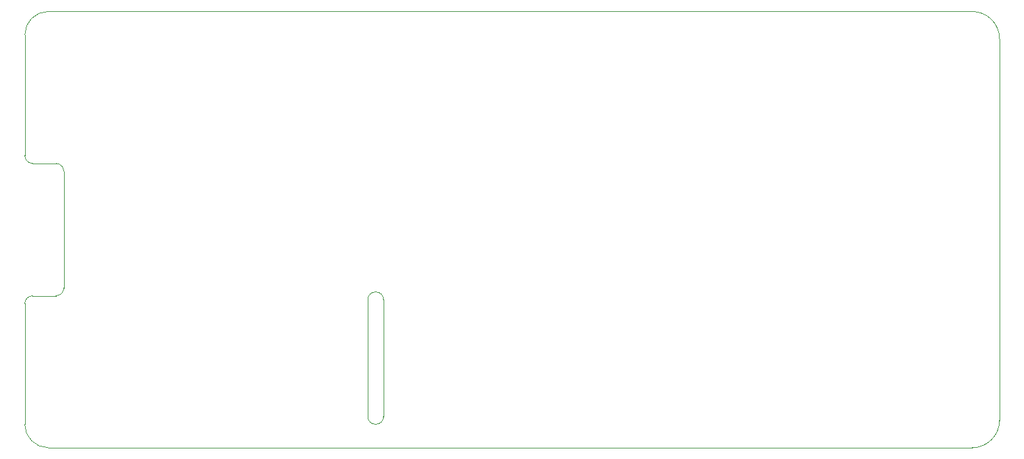
<source format=gbr>
G04 #@! TF.FileFunction,Profile,NP*
%FSLAX46Y46*%
G04 Gerber Fmt 4.6, Leading zero omitted, Abs format (unit mm)*
G04 Created by KiCad (PCBNEW 4.0.6) date 07/29/17 19:52:49*
%MOMM*%
%LPD*%
G01*
G04 APERTURE LIST*
%ADD10C,0.100000*%
G04 APERTURE END LIST*
D10*
X97790000Y-78700000D02*
X97790000Y-63180000D01*
X219290000Y-116190000D02*
G75*
G03X222790000Y-112690000I0J3500000D01*
G01*
X219290291Y-116190000D02*
X159790000Y-116190000D01*
X222789986Y-63699999D02*
G75*
G03X219290000Y-60190000I-3499986J9999D01*
G01*
X222790000Y-63697979D02*
X222790000Y-112692121D01*
X159290000Y-60190000D02*
X219290203Y-60190000D01*
X100790000Y-60190000D02*
X159290000Y-60190000D01*
X100790000Y-60190000D02*
G75*
G03X97790000Y-63190000I0J-3000000D01*
G01*
X143790000Y-112190000D02*
G75*
G02X141790000Y-112190000I-1000000J0D01*
G01*
X143790000Y-97190000D02*
G75*
G03X141790000Y-97190000I-1000000J0D01*
G01*
X143790000Y-97190000D02*
X143790000Y-112190000D01*
X141790000Y-97190000D02*
X141790000Y-112190000D01*
X98790000Y-96690000D02*
G75*
G03X97790000Y-97690000I0J-1000000D01*
G01*
X101790000Y-96690000D02*
G75*
G03X102790000Y-95690000I0J1000000D01*
G01*
X102790000Y-80690000D02*
G75*
G03X101790000Y-79690000I-1000000J0D01*
G01*
X97790000Y-78690000D02*
G75*
G03X98790000Y-79690000I1000000J0D01*
G01*
X97790000Y-113190000D02*
G75*
G03X100790000Y-116190000I3000000J0D01*
G01*
X97790000Y-97690000D02*
X97790000Y-113190000D01*
X98790000Y-96690000D02*
X101790000Y-96690000D01*
X98790000Y-79690000D02*
X101790000Y-79690000D01*
X102790000Y-80690000D02*
X102790000Y-95690000D01*
X100790000Y-116190000D02*
X159790000Y-116190000D01*
M02*

</source>
